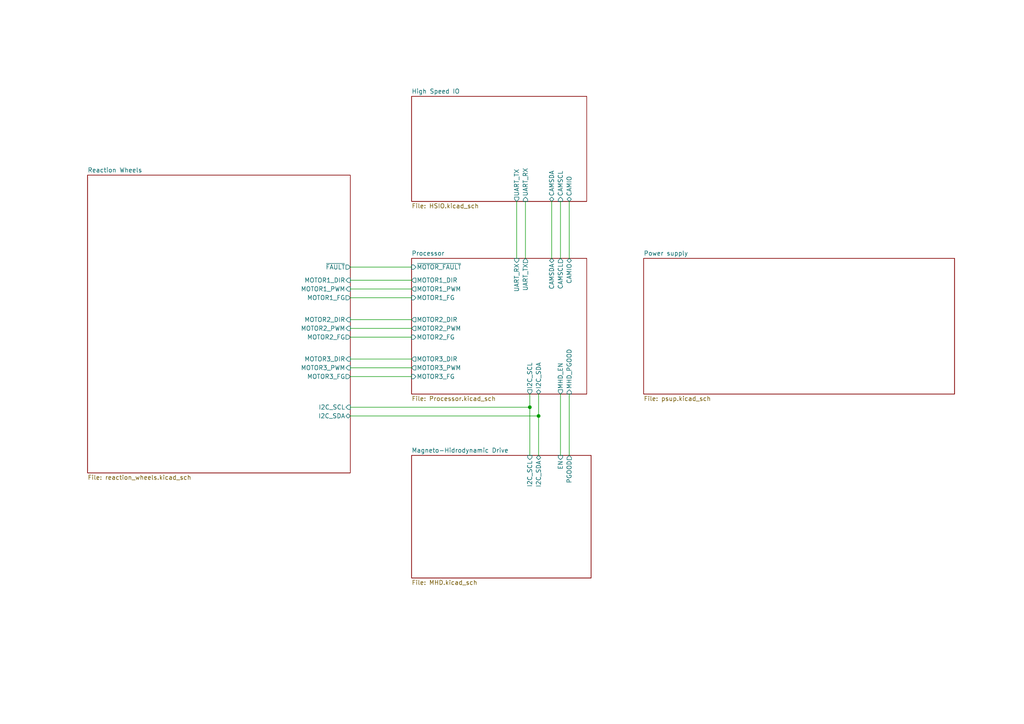
<source format=kicad_sch>
(kicad_sch
	(version 20231120)
	(generator "eeschema")
	(generator_version "8.0")
	(uuid "1c63c991-6685-4350-856a-2e61ea8c9a5d")
	(paper "A4")
	(title_block
		(title "MAIN SYSTEM")
		(date "2025-01-26")
		(rev "v1")
		(company "SKID")
		(comment 2 "Pedro Tereno")
		(comment 3 "Joao Ferreira")
		(comment 4 "Luis Henriques")
	)
	(lib_symbols)
	(junction
		(at 153.67 118.11)
		(diameter 0)
		(color 0 0 0 0)
		(uuid "17f94123-fb26-4d86-bf3c-2fb519565ba1")
	)
	(junction
		(at 156.21 120.65)
		(diameter 0)
		(color 0 0 0 0)
		(uuid "d5bfcdc4-3804-4863-88f9-2d84b380012f")
	)
	(wire
		(pts
			(xy 101.6 106.68) (xy 119.38 106.68)
		)
		(stroke
			(width 0)
			(type default)
		)
		(uuid "05e7cbc0-0c15-4054-b420-9d61b31f0a24")
	)
	(wire
		(pts
			(xy 156.21 114.3) (xy 156.21 120.65)
		)
		(stroke
			(width 0)
			(type default)
		)
		(uuid "1670e139-792a-43fa-8b2b-a0adf5b6453e")
	)
	(wire
		(pts
			(xy 153.67 118.11) (xy 153.67 132.08)
		)
		(stroke
			(width 0)
			(type default)
		)
		(uuid "24a0a6b9-3f95-483e-b569-52400f68b3ee")
	)
	(wire
		(pts
			(xy 101.6 77.47) (xy 119.38 77.47)
		)
		(stroke
			(width 0)
			(type default)
		)
		(uuid "256cb7f4-1224-4535-8284-e677c0ae0086")
	)
	(wire
		(pts
			(xy 101.6 109.22) (xy 119.38 109.22)
		)
		(stroke
			(width 0)
			(type default)
		)
		(uuid "27f927ad-32dd-4bb0-a80f-08f8095c1fc9")
	)
	(wire
		(pts
			(xy 101.6 95.25) (xy 119.38 95.25)
		)
		(stroke
			(width 0)
			(type default)
		)
		(uuid "315b61e9-de1f-4eda-a311-fd22510377ae")
	)
	(wire
		(pts
			(xy 101.6 92.71) (xy 119.38 92.71)
		)
		(stroke
			(width 0)
			(type default)
		)
		(uuid "3d6c1a3a-4e51-4694-965f-740ddc2b5d69")
	)
	(wire
		(pts
			(xy 101.6 104.14) (xy 119.38 104.14)
		)
		(stroke
			(width 0)
			(type default)
		)
		(uuid "3f0f9f8b-b505-4128-a58a-81eb86c6bf97")
	)
	(wire
		(pts
			(xy 165.1 114.3) (xy 165.1 132.08)
		)
		(stroke
			(width 0)
			(type default)
		)
		(uuid "4ffce1fc-94a5-47fe-a315-c6266abf08f0")
	)
	(wire
		(pts
			(xy 152.4 58.42) (xy 152.4 74.93)
		)
		(stroke
			(width 0)
			(type default)
		)
		(uuid "546896b5-f62f-471c-8631-a3a36b1f1292")
	)
	(wire
		(pts
			(xy 101.6 118.11) (xy 153.67 118.11)
		)
		(stroke
			(width 0)
			(type default)
		)
		(uuid "55518d5f-58db-43f9-826e-c6d306950722")
	)
	(wire
		(pts
			(xy 156.21 120.65) (xy 101.6 120.65)
		)
		(stroke
			(width 0)
			(type default)
		)
		(uuid "5bc9efb9-23bf-4942-8e37-942ab7c06e3f")
	)
	(wire
		(pts
			(xy 149.86 58.42) (xy 149.86 74.93)
		)
		(stroke
			(width 0)
			(type default)
		)
		(uuid "740aec73-f000-4fda-9959-d681c044b197")
	)
	(wire
		(pts
			(xy 101.6 97.79) (xy 119.38 97.79)
		)
		(stroke
			(width 0)
			(type default)
		)
		(uuid "7d351c6a-07dc-4556-b488-ccd4bb898e1e")
	)
	(wire
		(pts
			(xy 165.1 58.42) (xy 165.1 74.93)
		)
		(stroke
			(width 0)
			(type default)
		)
		(uuid "8994042b-4883-44db-ad54-360747c0f28e")
	)
	(wire
		(pts
			(xy 162.56 114.3) (xy 162.56 132.08)
		)
		(stroke
			(width 0)
			(type default)
		)
		(uuid "a006114d-2672-4eec-ad71-b784bfa40c5f")
	)
	(wire
		(pts
			(xy 162.56 58.42) (xy 162.56 74.93)
		)
		(stroke
			(width 0)
			(type default)
		)
		(uuid "a2b38f03-bf4b-4758-8ef8-480d85b4b2cb")
	)
	(wire
		(pts
			(xy 101.6 86.36) (xy 119.38 86.36)
		)
		(stroke
			(width 0)
			(type default)
		)
		(uuid "a3c71a66-c4e6-4c6b-a9f2-6893c03147a9")
	)
	(wire
		(pts
			(xy 156.21 120.65) (xy 156.21 132.08)
		)
		(stroke
			(width 0)
			(type default)
		)
		(uuid "a818086b-d227-4288-98a8-c6e8726557fa")
	)
	(wire
		(pts
			(xy 153.67 118.11) (xy 153.67 114.3)
		)
		(stroke
			(width 0)
			(type default)
		)
		(uuid "ce7a8f4e-4f07-477d-8c07-8e655b85d3f8")
	)
	(wire
		(pts
			(xy 160.02 58.42) (xy 160.02 74.93)
		)
		(stroke
			(width 0)
			(type default)
		)
		(uuid "d548f9ef-8375-4460-a4bb-3ccb61ce6958")
	)
	(wire
		(pts
			(xy 101.6 83.82) (xy 119.38 83.82)
		)
		(stroke
			(width 0)
			(type default)
		)
		(uuid "e61cdd82-4982-4401-9289-38004f09347b")
	)
	(wire
		(pts
			(xy 101.6 81.28) (xy 119.38 81.28)
		)
		(stroke
			(width 0)
			(type default)
		)
		(uuid "f583307d-a175-4efe-a21f-d404c39ebd06")
	)
	(sheet
		(at 119.38 132.08)
		(size 52.07 35.56)
		(fields_autoplaced yes)
		(stroke
			(width 0.1524)
			(type solid)
		)
		(fill
			(color 0 0 0 0.0000)
		)
		(uuid "477d6a30-96db-47ac-9249-5f9426b944e2")
		(property "Sheetname" "Magneto-Hidrodynamic Drive"
			(at 119.38 131.3684 0)
			(effects
				(font
					(size 1.27 1.27)
				)
				(justify left bottom)
			)
		)
		(property "Sheetfile" "MHD.kicad_sch"
			(at 119.38 168.2246 0)
			(effects
				(font
					(size 1.27 1.27)
				)
				(justify left top)
			)
		)
		(pin "PGOOD" output
			(at 165.1 132.08 90)
			(effects
				(font
					(size 1.27 1.27)
				)
				(justify right)
			)
			(uuid "c4ac142a-bed8-485b-b999-e99624ac2565")
		)
		(pin "EN" input
			(at 162.56 132.08 90)
			(effects
				(font
					(size 1.27 1.27)
				)
				(justify right)
			)
			(uuid "02629608-5bc1-4a18-9c4f-759680a8a38f")
		)
		(pin "I2C_SDA" bidirectional
			(at 156.21 132.08 90)
			(effects
				(font
					(size 1.27 1.27)
				)
				(justify right)
			)
			(uuid "6d6dacf6-6ecd-461f-ac12-e9e2af67e80b")
		)
		(pin "I2C_SCL" input
			(at 153.67 132.08 90)
			(effects
				(font
					(size 1.27 1.27)
				)
				(justify right)
			)
			(uuid "ae7fccde-68bf-40fa-964b-fc5cbe4588a5")
		)
		(instances
			(project "Main System"
				(path "/1c63c991-6685-4350-856a-2e61ea8c9a5d"
					(page "4")
				)
			)
		)
	)
	(sheet
		(at 119.38 74.93)
		(size 50.8 39.37)
		(fields_autoplaced yes)
		(stroke
			(width 0.1524)
			(type solid)
		)
		(fill
			(color 0 0 0 0.0000)
		)
		(uuid "5f5e1191-083a-4b69-90ea-816ca0f40639")
		(property "Sheetname" "Processor"
			(at 119.38 74.2184 0)
			(effects
				(font
					(size 1.27 1.27)
				)
				(justify left bottom)
			)
		)
		(property "Sheetfile" "Processor.kicad_sch"
			(at 119.38 114.8846 0)
			(effects
				(font
					(size 1.27 1.27)
				)
				(justify left top)
			)
		)
		(pin "MOTOR2_DIR" output
			(at 119.38 92.71 180)
			(effects
				(font
					(size 1.27 1.27)
				)
				(justify left)
			)
			(uuid "adb6d293-9ad2-43af-960e-f178c6e76d76")
		)
		(pin "MOTOR2_PWM" output
			(at 119.38 95.25 180)
			(effects
				(font
					(size 1.27 1.27)
				)
				(justify left)
			)
			(uuid "d20bdc81-071a-4f63-8ec8-9594bdf93fef")
		)
		(pin "MOTOR3_PWM" output
			(at 119.38 106.68 180)
			(effects
				(font
					(size 1.27 1.27)
				)
				(justify left)
			)
			(uuid "72680872-3c5b-4576-a951-ed905b14c1b6")
		)
		(pin "I2C_SDA" bidirectional
			(at 156.21 114.3 270)
			(effects
				(font
					(size 1.27 1.27)
				)
				(justify left)
			)
			(uuid "4cf8738e-2b6d-4af7-ae93-c06ffb728adb")
		)
		(pin "I2C_SCL" output
			(at 153.67 114.3 270)
			(effects
				(font
					(size 1.27 1.27)
				)
				(justify left)
			)
			(uuid "37550234-be60-4a88-804a-535212326fe5")
		)
		(pin "MOTOR1_PWM" output
			(at 119.38 83.82 180)
			(effects
				(font
					(size 1.27 1.27)
				)
				(justify left)
			)
			(uuid "dda8e330-12d5-42d9-b9e8-a226cf951647")
		)
		(pin "MOTOR1_DIR" output
			(at 119.38 81.28 180)
			(effects
				(font
					(size 1.27 1.27)
				)
				(justify left)
			)
			(uuid "9cf257e8-0898-495d-924e-b1cf0b4ca1d7")
		)
		(pin "MOTOR3_DIR" output
			(at 119.38 104.14 180)
			(effects
				(font
					(size 1.27 1.27)
				)
				(justify left)
			)
			(uuid "deba9a81-5070-40d1-a820-276066682ce8")
		)
		(pin "MOTOR1_FG" input
			(at 119.38 86.36 180)
			(effects
				(font
					(size 1.27 1.27)
				)
				(justify left)
			)
			(uuid "d0e552a4-9578-408b-9d29-c9e75e3441c6")
		)
		(pin "MOTOR2_FG" input
			(at 119.38 97.79 180)
			(effects
				(font
					(size 1.27 1.27)
				)
				(justify left)
			)
			(uuid "40048d0e-e7d1-4461-b9e7-0ed686fd0849")
		)
		(pin "MOTOR3_FG" input
			(at 119.38 109.22 180)
			(effects
				(font
					(size 1.27 1.27)
				)
				(justify left)
			)
			(uuid "c9805633-312b-47db-b7ab-989d25c6f89c")
		)
		(pin "CAMIO" bidirectional
			(at 165.1 74.93 90)
			(effects
				(font
					(size 1.27 1.27)
				)
				(justify right)
			)
			(uuid "e390c695-8831-4dd0-a7f2-2608c938b971")
		)
		(pin "UART_TX" output
			(at 152.4 74.93 90)
			(effects
				(font
					(size 1.27 1.27)
				)
				(justify right)
			)
			(uuid "3bc5f216-6c80-4a28-be34-acdaa4c28fcc")
		)
		(pin "UART_RX" input
			(at 149.86 74.93 90)
			(effects
				(font
					(size 1.27 1.27)
				)
				(justify right)
			)
			(uuid "c0bb9404-2638-4b3a-943d-e19acddf7ea2")
		)
		(pin "~{MOTOR_FAULT}" input
			(at 119.38 77.47 180)
			(effects
				(font
					(size 1.27 1.27)
				)
				(justify left)
			)
			(uuid "d2732556-b984-4032-968a-e088aba23e12")
		)
		(pin "MHD_PGOOD" input
			(at 165.1 114.3 270)
			(effects
				(font
					(size 1.27 1.27)
				)
				(justify left)
			)
			(uuid "ef2bd599-2e8a-4334-a776-331e4513b81c")
		)
		(pin "MHD_EN" output
			(at 162.56 114.3 270)
			(effects
				(font
					(size 1.27 1.27)
				)
				(justify left)
			)
			(uuid "dffc5c0b-87e3-4640-9db3-b45412ee4cdf")
		)
		(pin "CAMSCL" output
			(at 162.56 74.93 90)
			(effects
				(font
					(size 1.27 1.27)
				)
				(justify right)
			)
			(uuid "3bd14606-9382-4170-9e8b-33e513dfbf10")
		)
		(pin "CAMSDA" bidirectional
			(at 160.02 74.93 90)
			(effects
				(font
					(size 1.27 1.27)
				)
				(justify right)
			)
			(uuid "27eee281-4e45-4267-bea7-58a7cc971d4d")
		)
		(instances
			(project "Main System"
				(path "/1c63c991-6685-4350-856a-2e61ea8c9a5d"
					(page "2")
				)
			)
		)
	)
	(sheet
		(at 119.38 27.94)
		(size 50.8 30.48)
		(fields_autoplaced yes)
		(stroke
			(width 0.1524)
			(type solid)
		)
		(fill
			(color 0 0 0 0.0000)
		)
		(uuid "8cab5d00-e538-459c-9e4f-ade1531769bf")
		(property "Sheetname" "High Speed IO"
			(at 119.38 27.2284 0)
			(effects
				(font
					(size 1.27 1.27)
				)
				(justify left bottom)
			)
		)
		(property "Sheetfile" "HSIO.kicad_sch"
			(at 119.38 59.0046 0)
			(effects
				(font
					(size 1.27 1.27)
				)
				(justify left top)
			)
		)
		(pin "CAMIO" bidirectional
			(at 165.1 58.42 270)
			(effects
				(font
					(size 1.27 1.27)
				)
				(justify left)
			)
			(uuid "96e95ff7-81d3-4da6-82ee-2c1f883a22de")
		)
		(pin "UART_TX" output
			(at 149.86 58.42 270)
			(effects
				(font
					(size 1.27 1.27)
				)
				(justify left)
			)
			(uuid "9be6da05-95d4-4410-a460-193b0142d957")
		)
		(pin "UART_RX" input
			(at 152.4 58.42 270)
			(effects
				(font
					(size 1.27 1.27)
				)
				(justify left)
			)
			(uuid "c057d780-2a59-487d-b0a9-31dd6aa96d53")
		)
		(pin "CAMSCL" input
			(at 162.56 58.42 270)
			(effects
				(font
					(size 1.27 1.27)
				)
				(justify left)
			)
			(uuid "13e4b64a-23cb-487d-a745-ed5475274ff2")
		)
		(pin "CAMSDA" bidirectional
			(at 160.02 58.42 270)
			(effects
				(font
					(size 1.27 1.27)
				)
				(justify left)
			)
			(uuid "0251e7c6-65ea-434a-a77c-fd5d11de1adf")
		)
		(instances
			(project "Main System"
				(path "/1c63c991-6685-4350-856a-2e61ea8c9a5d"
					(page "5")
				)
			)
		)
	)
	(sheet
		(at 25.4 50.8)
		(size 76.2 86.36)
		(fields_autoplaced yes)
		(stroke
			(width 0.1524)
			(type solid)
		)
		(fill
			(color 0 0 0 0.0000)
		)
		(uuid "be43c01d-ca95-4a9b-8092-4750b5dc58b5")
		(property "Sheetname" "Reaction Wheels"
			(at 25.4 50.0884 0)
			(effects
				(font
					(size 1.27 1.27)
				)
				(justify left bottom)
			)
		)
		(property "Sheetfile" "reaction_wheels.kicad_sch"
			(at 25.4 137.7446 0)
			(effects
				(font
					(size 1.27 1.27)
				)
				(justify left top)
			)
		)
		(pin "MOTOR1_FG" output
			(at 101.6 86.36 0)
			(effects
				(font
					(size 1.27 1.27)
				)
				(justify right)
			)
			(uuid "819219de-0e5e-4ff3-a51e-62194d981bcd")
		)
		(pin "MOTOR1_PWM" input
			(at 101.6 83.82 0)
			(effects
				(font
					(size 1.27 1.27)
				)
				(justify right)
			)
			(uuid "335d41d5-e035-4cb4-837b-02b6025acea6")
		)
		(pin "MOTOR1_DIR" input
			(at 101.6 81.28 0)
			(effects
				(font
					(size 1.27 1.27)
				)
				(justify right)
			)
			(uuid "9ca7b806-6eca-48e2-a937-ba4a9018121d")
		)
		(pin "MOTOR2_DIR" input
			(at 101.6 92.71 0)
			(effects
				(font
					(size 1.27 1.27)
				)
				(justify right)
			)
			(uuid "fa4ef293-3d07-4320-9d97-66094c970a60")
		)
		(pin "MOTOR2_PWM" input
			(at 101.6 95.25 0)
			(effects
				(font
					(size 1.27 1.27)
				)
				(justify right)
			)
			(uuid "df6149ff-680a-4bb5-896d-539c95efc9b5")
		)
		(pin "MOTOR2_FG" output
			(at 101.6 97.79 0)
			(effects
				(font
					(size 1.27 1.27)
				)
				(justify right)
			)
			(uuid "05a0da0e-8d7a-43c3-8dca-fdd3af8094f1")
		)
		(pin "MOTOR3_PWM" input
			(at 101.6 106.68 0)
			(effects
				(font
					(size 1.27 1.27)
				)
				(justify right)
			)
			(uuid "ac259a21-ad05-47f4-aac7-e8a3a3d385a6")
		)
		(pin "MOTOR3_FG" output
			(at 101.6 109.22 0)
			(effects
				(font
					(size 1.27 1.27)
				)
				(justify right)
			)
			(uuid "768536a4-491f-43f3-ac4a-04c9e2319d17")
		)
		(pin "MOTOR3_DIR" input
			(at 101.6 104.14 0)
			(effects
				(font
					(size 1.27 1.27)
				)
				(justify right)
			)
			(uuid "5fc51286-70e9-4cad-b147-7da52a6fc181")
		)
		(pin "~{FAULT}" output
			(at 101.6 77.47 0)
			(effects
				(font
					(size 1.27 1.27)
				)
				(justify right)
			)
			(uuid "53330193-f489-40f0-a1af-277facc81ad9")
		)
		(pin "I2C_SDA" bidirectional
			(at 101.6 120.65 0)
			(effects
				(font
					(size 1.27 1.27)
				)
				(justify right)
			)
			(uuid "99a262df-d1bb-4737-9ca5-f61481bf1d13")
		)
		(pin "I2C_SCL" input
			(at 101.6 118.11 0)
			(effects
				(font
					(size 1.27 1.27)
				)
				(justify right)
			)
			(uuid "51245e22-ad61-4f4b-9ff5-f6b63259d2e5")
		)
		(instances
			(project "Main System"
				(path "/1c63c991-6685-4350-856a-2e61ea8c9a5d"
					(page "3")
				)
			)
		)
	)
	(sheet
		(at 186.69 74.93)
		(size 90.17 39.37)
		(fields_autoplaced yes)
		(stroke
			(width 0.1524)
			(type solid)
		)
		(fill
			(color 0 0 0 0.0000)
		)
		(uuid "fdfa73a8-3db1-42e8-9976-5da139e1ec4d")
		(property "Sheetname" "Power supply"
			(at 186.69 74.2184 0)
			(effects
				(font
					(size 1.27 1.27)
				)
				(justify left bottom)
			)
		)
		(property "Sheetfile" "psup.kicad_sch"
			(at 186.69 114.8846 0)
			(effects
				(font
					(size 1.27 1.27)
				)
				(justify left top)
			)
		)
		(instances
			(project "Main System"
				(path "/1c63c991-6685-4350-856a-2e61ea8c9a5d"
					(page "9")
				)
			)
		)
	)
	(sheet_instances
		(path "/"
			(page "1")
		)
	)
)

</source>
